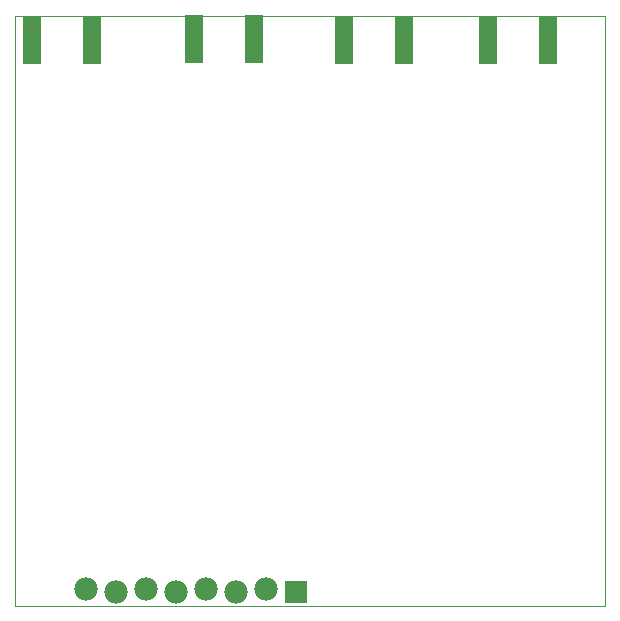
<source format=gbs>
G75*
%MOIN*%
%OFA0B0*%
%FSLAX25Y25*%
%IPPOS*%
%LPD*%
%AMOC8*
5,1,8,0,0,1.08239X$1,22.5*
%
%ADD10C,0.00000*%
%ADD11R,0.06400X0.16400*%
%ADD12R,0.07800X0.07800*%
%ADD13C,0.07800*%
D10*
X0002386Y0002294D02*
X0002386Y0199144D01*
X0199236Y0199144D01*
X0199236Y0002294D01*
X0002386Y0002294D01*
D11*
X0008173Y0191034D03*
X0028173Y0191034D03*
X0062071Y0191310D03*
X0082071Y0191310D03*
X0112268Y0191113D03*
X0132268Y0191113D03*
X0159985Y0191113D03*
X0179985Y0191113D03*
D12*
X0096284Y0006873D03*
D13*
X0086284Y0007873D03*
X0076284Y0006873D03*
X0066284Y0007873D03*
X0056284Y0006873D03*
X0046284Y0007873D03*
X0036284Y0006873D03*
X0026284Y0007873D03*
M02*

</source>
